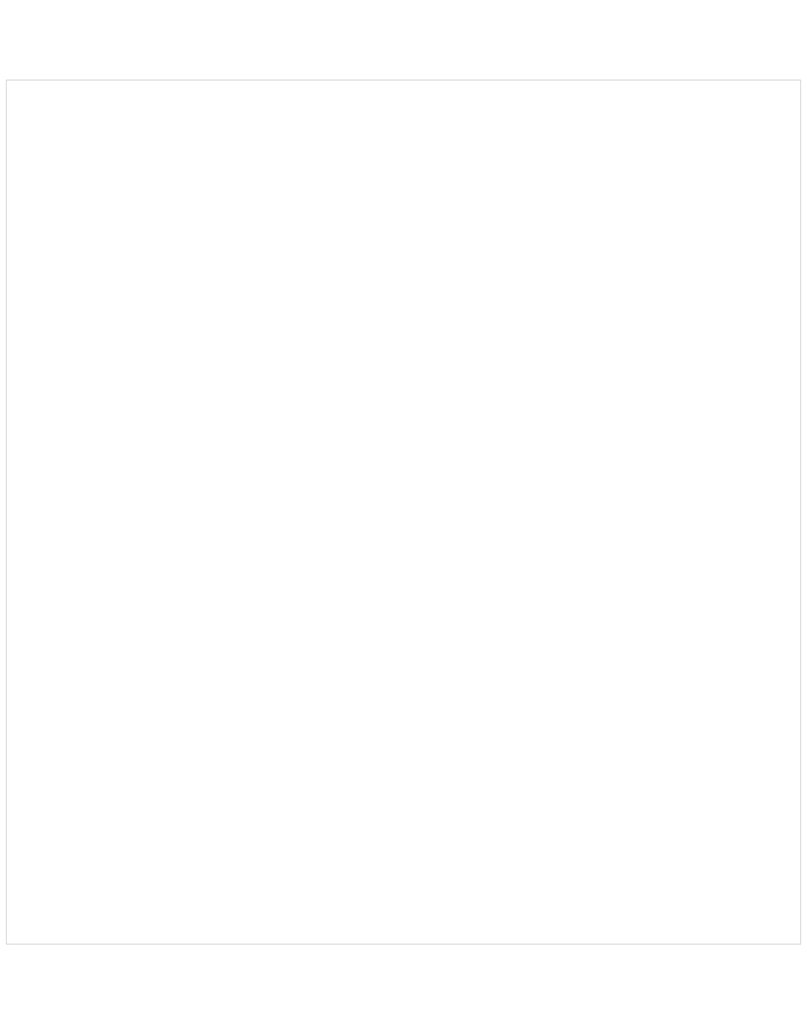
<source format=kicad_pcb>
(kicad_pcb (version 20211014) (generator pcbnew)

  (general
    (thickness 1.6)
  )

  (paper "A4")
  (layers
    (0 "F.Cu" signal)
    (31 "B.Cu" signal)
    (32 "B.Adhes" user "B.Adhesive")
    (33 "F.Adhes" user "F.Adhesive")
    (34 "B.Paste" user)
    (35 "F.Paste" user)
    (36 "B.SilkS" user "B.Silkscreen")
    (37 "F.SilkS" user "F.Silkscreen")
    (38 "B.Mask" user)
    (39 "F.Mask" user)
    (40 "Dwgs.User" user "User.Drawings")
    (41 "Cmts.User" user "User.Comments")
    (42 "Eco1.User" user "User.Eco1")
    (43 "Eco2.User" user "User.Eco2")
    (44 "Edge.Cuts" user)
    (45 "Margin" user)
    (46 "B.CrtYd" user "B.Courtyard")
    (47 "F.CrtYd" user "F.Courtyard")
    (48 "B.Fab" user)
    (49 "F.Fab" user)
    (50 "User.1" user)
    (51 "User.2" user)
    (52 "User.3" user)
    (53 "User.4" user)
    (54 "User.5" user)
    (55 "User.6" user)
    (56 "User.7" user)
    (57 "User.8" user)
    (58 "User.9" user)
  )

  (setup
    (pad_to_mask_clearance 0)
    (pcbplotparams
      (layerselection 0x00010fc_ffffffff)
      (disableapertmacros false)
      (usegerberextensions false)
      (usegerberattributes true)
      (usegerberadvancedattributes true)
      (creategerberjobfile true)
      (svguseinch false)
      (svgprecision 6)
      (excludeedgelayer true)
      (plotframeref false)
      (viasonmask false)
      (mode 1)
      (useauxorigin false)
      (hpglpennumber 1)
      (hpglpenspeed 20)
      (hpglpendiameter 15.000000)
      (dxfpolygonmode true)
      (dxfimperialunits true)
      (dxfusepcbnewfont true)
      (psnegative false)
      (psa4output false)
      (plotreference true)
      (plotvalue true)
      (plotinvisibletext false)
      (sketchpadsonfab false)
      (subtractmaskfromsilk false)
      (outputformat 1)
      (mirror false)
      (drillshape 1)
      (scaleselection 1)
      (outputdirectory "")
    )
  )

  (net 0 "")

  (gr_line (start 0.75 10) (end 0.75 118.5) (layer "Edge.Cuts") (width 0.1) (tstamp 1a09a7cb-78f5-4989-9bdf-8b4c4a8beb1d))
  (gr_line (start 100.55 118.5) (end 100.55 10) (layer "Edge.Cuts") (width 0.1) (tstamp 2aef071e-f380-49c0-b1ba-860b2a4bd684))
  (gr_line (start 0.75 118.5) (end 100.55 118.5) (layer "Edge.Cuts") (width 0.1) (tstamp 347e4106-0ad8-4579-9925-c65107fafee2))
  (gr_line (start 0.75 10) (end 100.55 10) (layer "Edge.Cuts") (width 0.1) (tstamp c8cb28f7-4e0d-49a3-8b9b-fcff4adac1d4))
  (gr_line (start 101.3 0) (end 101.3 128.5) (layer "User.1") (width 0.1) (tstamp 14be568d-2e52-4aed-b81b-dddc75cbdd07))
  (gr_line (start 0 128.5) (end 0 0) (layer "User.1") (width 0.1) (tstamp 159574a9-ecec-48bb-adb0-3dc9e65d4e79))
  (gr_line (start 0 0) (end 101.3 0) (layer "User.1") (width 0.1) (tstamp 7a879184-fad8-4feb-afb5-86fe8d34f1f7))
  (gr_line (start 101.3 128.5) (end 0 128.5) (layer "User.1") (width 0.1) (tstamp bc3f6e1f-c81e-4889-865a-0e223a5a22e2))

)

</source>
